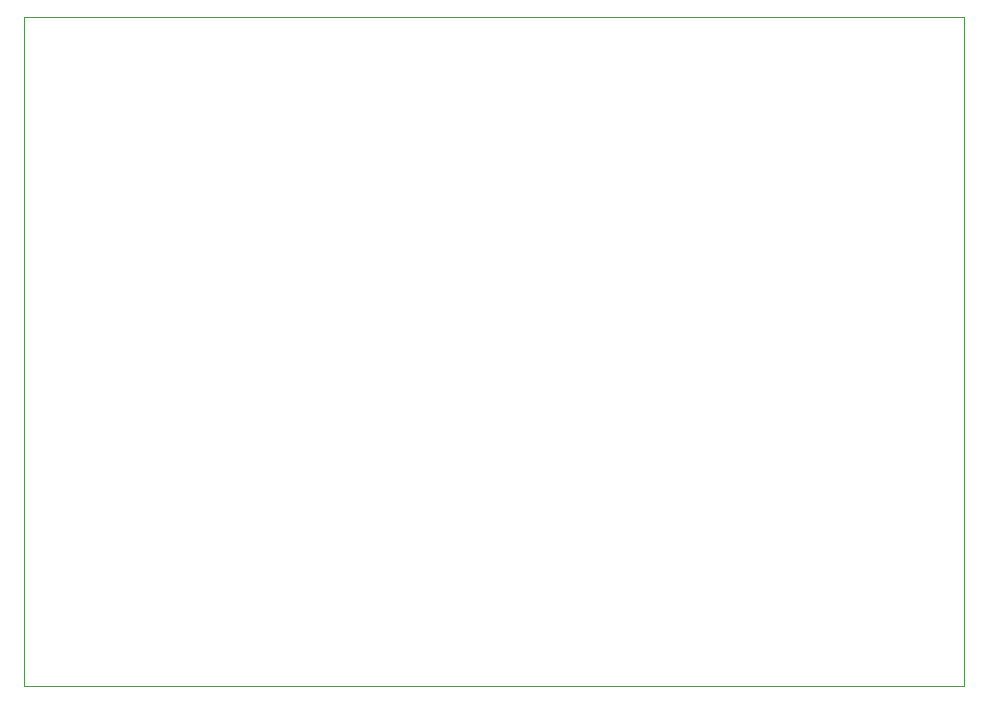
<source format=gbr>
G04 #@! TF.GenerationSoftware,KiCad,Pcbnew,(6.0.4)*
G04 #@! TF.CreationDate,2022-04-15T18:01:26-05:00*
G04 #@! TF.ProjectId,antiprocrastinator_device,616e7469-7072-46f6-9372-617374696e61,rev?*
G04 #@! TF.SameCoordinates,Original*
G04 #@! TF.FileFunction,Profile,NP*
%FSLAX46Y46*%
G04 Gerber Fmt 4.6, Leading zero omitted, Abs format (unit mm)*
G04 Created by KiCad (PCBNEW (6.0.4)) date 2022-04-15 18:01:26*
%MOMM*%
%LPD*%
G01*
G04 APERTURE LIST*
G04 #@! TA.AperFunction,Profile*
%ADD10C,0.100000*%
G04 #@! TD*
G04 APERTURE END LIST*
D10*
X143662400Y-31902400D02*
X64058800Y-31902400D01*
X64058800Y-31902400D02*
X64058800Y-88493600D01*
X64058800Y-88493600D02*
X143662400Y-88493600D01*
X143662400Y-88493600D02*
X143662400Y-31902400D01*
M02*

</source>
